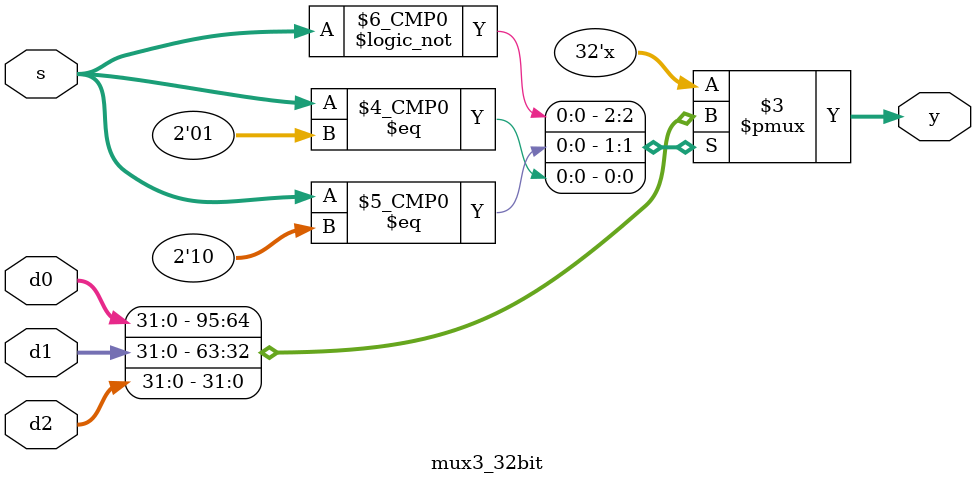
<source format=v>
module mux3_32bit(d0, d1, d2, s, y); //3input 32bit mux
	input [31:0] d0, d1, d2;	// 32bits 3 inputs
	input [1:0] s;					// select signal
	output [31:0] y;				// 32bits output
	reg [31:0] y;					// 32bits reg
	
	always @(d0, d1, d2, s)
	begin
		case(s)	
			2'b00		:	y	<=	d0;	
			2'b10		:	y	<=	d1;		// when s0
			2'b01		:	y	<=	d2;		// when s1
			default	:	y	<= 32'bx;	// when default, unknown
		endcase
	end
endmodule
	
</source>
